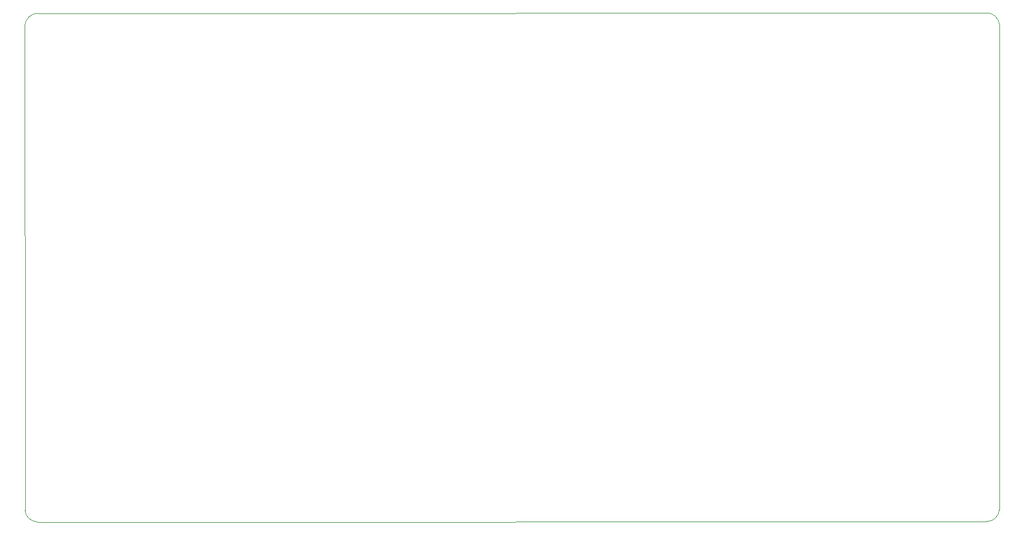
<source format=gbr>
%TF.GenerationSoftware,KiCad,Pcbnew,8.0.8*%
%TF.CreationDate,2025-10-28T14:51:58+08:00*%
%TF.ProjectId,adaptor_dual_LVPMSM,61646170-746f-4725-9f64-75616c5f4c56,rev?*%
%TF.SameCoordinates,Original*%
%TF.FileFunction,Profile,NP*%
%FSLAX46Y46*%
G04 Gerber Fmt 4.6, Leading zero omitted, Abs format (unit mm)*
G04 Created by KiCad (PCBNEW 8.0.8) date 2025-10-28 14:51:58*
%MOMM*%
%LPD*%
G01*
G04 APERTURE LIST*
%TA.AperFunction,Profile*%
%ADD10C,0.100000*%
%TD*%
G04 APERTURE END LIST*
D10*
X208980803Y-25912562D02*
G75*
G02*
X210705267Y-27564256I-124103J-1855638D01*
G01*
X69762401Y-27799104D02*
G75*
G02*
X71596705Y-25963401I1965799J-129996D01*
G01*
X210708000Y-88054838D02*
X210705267Y-27564256D01*
X208980800Y-25912600D02*
X71596705Y-25963400D01*
X71566455Y-99614555D02*
G75*
G02*
X69797149Y-97955083I70545J1848155D01*
G01*
X69762401Y-27799104D02*
X69797148Y-88168552D01*
X69797148Y-88168552D02*
X69797149Y-97955083D01*
X210708000Y-88054838D02*
X210710679Y-97850136D01*
X71566800Y-99623400D02*
X208879200Y-99572600D01*
X210710679Y-97850136D02*
G75*
G02*
X208879200Y-99572582I-1841779J123436D01*
G01*
M02*

</source>
